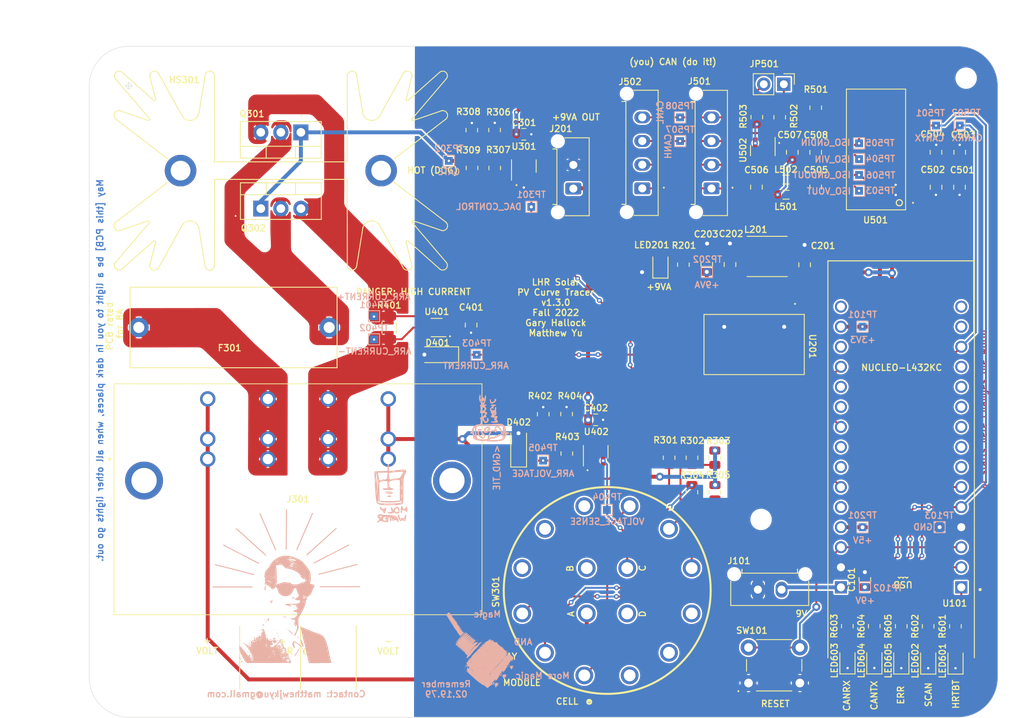
<source format=kicad_pcb>
(kicad_pcb (version 20221018) (generator pcbnew)
  (title_block (title "Curve Tracer") (date "2022-06-05") (rev "1.3.0") (company "Longhorn Racing Solar") (comment 1 "Matthew Yu") (comment 2 "Gary Hallock"))
  (layers (0 "F.Cu" signal) (1 "In1.Cu" signal) (2 "In2.Cu" signal) (31 "B.Cu" signal) (34 "B.Paste" user) (35 "F.Paste" user) (36 "B.SilkS" user "B.Silkscreen") (37 "F.SilkS" user "F.Silkscreen") (38 "B.Mask" user) (39 "F.Mask" user) (44 "Edge.Cuts" user))
  (net 0 "")
  (net 1 "GND")
  (net 2 "+3V3")
  (net 3 "+5V")
  (net 4 "Net-(U201-Vin)")
  (net 5 "+9VA")
  (net 6 "Net-(U501-V_ISO_Out)")
  (net 7 "Net-(C505-Pad2)")
  (net 8 "/ARRAY_CURRENT")
  (net 9 "/ARRAY_VOLTAGE")
  (net 10 "Net-(Q301-D)")
  (net 11 "Net-(F301-Pad2)")
  (net 12 "Net-(SW301-A)")
  (net 13 "/pv_controller/CURRENT_SENSE-")
  (net 14 "Net-(J501-CAN_H)")
  (net 15 "Net-(J501-CAN_L)")
  (net 16 "Net-(JP501-A)")
  (net 17 "Net-(JP501-B)")
  (net 18 "Net-(LED201-A)")
  (net 19 "Net-(LED601-A)")
  (net 20 "Net-(LED602-A)")
  (net 21 "Net-(LED603-A)")
  (net 22 "Net-(LED604-A)")
  (net 23 "Net-(LED605-A)")
  (net 24 "/pv_controller/GATE")
  (net 25 "/pv_controller/CURRENT_SENSE+")
  (net 26 "Net-(R301-Pad1)")
  (net 27 "Net-(R301-Pad2)")
  (net 28 "Net-(R302-Pad2)")
  (net 29 "Net-(R304-Pad1)")
  (net 30 "Net-(R304-Pad2)")
  (net 31 "Net-(U301--)")
  (net 32 "Net-(R307-Pad1)")
  (net 33 "Net-(U402--)")
  (net 34 "Net-(U501-RS)")
  (net 35 "/HEARTBEAT")
  (net 36 "/SCANNING")
  (net 37 "/CAN_RX")
  (net 38 "/CAN_TX")
  (net 39 "/ERROR")
  (net 40 "+9V")
  (net 41 "/RESET")
  (net 42 "Net-(SW301-Pad1)")
  (net 43 "/pv_controller/VOLTAGE_SENSE")
  (net 44 "/DAC_CONTROL")
  (net 65 "Net-(J501-5V)")
  (net 66 "Net-(J501-GND)")
  (footprint "Resistor_SMD:R_0805_2012Metric" (layer "F.Cu") (at 107.821789 76.453354 90)
    (fp_text reference "R303")
    (fp_text value "220")
  )
  (footprint "Inductor_SMD:L_Taiyo-Yuden_NR-50xx" (layer "F.Cu") (at 114.449989 50.952654 180)
    (fp_text reference "L201")
    (fp_text value "6.8uH")
  )
  (footprint "Package_TO_SOT_THT:TO-220-3_Vertical" (layer "F.Cu") (at 55.414989 35.22888 180)
    (fp_text reference "Q301")
    (fp_text value "IPP041N12N3GXK")
  )
  (footprint "Resistor_SMD:R_0805_2012Metric" (layer "F.Cu") (at 113.137489 33.305154 -90)
    (fp_text reference "R503")
    (fp_text value "60.4")
  )
  (footprint "Resistor_SMD:R_0805_2012Metric" (layer "F.Cu") (at 116.037489 33.310154 90)
    (fp_text reference "R502")
    (fp_text value "60.4")
  )
  (footprint "MountingHole:MountingHole_2.2mm_M2" (layer "F.Cu") (at 113.674989 84.272654)
    (fp_text reference "H103" hide)
    (fp_text value "MountingHole")
  )
  (footprint "Inductor_SMD:L_0805_2012Metric" (layer "F.Cu") (at 116.834989 43.127654)
    (fp_text reference "L501")
    (fp_text value "1.8kOhm")
  )
  (footprint "Inductor_SMD:L_0805_2012Metric" (layer "F.Cu") (at 116.819989 41.217654)
    (fp_text reference "L502")
    (fp_text value "1.8kOhm")
  )
  (footprint "Resistor_SMD:R_0805_2012Metric" (layer "F.Cu") (at 120.592489 32.107654 90)
    (fp_text reference "R501")
    (fp_text value "0")
  )
  (footprint "LED_SMD:LED_0805_2012Metric" (layer "F.Cu") (at 138.289989 102.182654 90)
    (fp_text reference "LED601")
    (fp_text value "Heartbeat (Blue)")
  )
  (footprint "Connector_Molex:Molex_Micro-Fit_3.0_43650-0215_1x02_P3.00mm_Vertical" (layer "F.Cu") (at 113.269989 93.162654)
    (fp_text reference "J101")
    (fp_text value "9V Supply")
  )
  (footprint "Footprints:MODULE_NUCLEO-L432KC" (layer "F.Cu") (at 131.404989 76.657654 180)
    (fp_text reference "U101")
    (fp_text value "MCU_Nucleo_L432KC")
  )
  (footprint "Capacitor_SMD:C_0805_2012Metric" (layer "F.Cu") (at 135.817489 37.757654 90)
    (fp_text reference "C504")
    (fp_text value "10nF")
  )
  (footprint "Capacitor_SMD:C_0805_2012Metric" (layer "F.Cu") (at 138.797489 42.177654 -90)
    (fp_text reference "C501")
    (fp_text value "10uF")
  )
  (footprint "Connector_Molex:Molex_Micro-Fit_3.0_43650-0415_1x04_P3.00mm_Vertical" (layer "F.Cu") (at 98.637489 42.327654 90)
    (fp_text reference "J502")
    (fp_text value "CAN_Out")
  )
  (footprint "Resistor_SMD:R_0805_2012Metric" (layer "F.Cu") (at 79.934989 34.937654 90)
    (fp_text reference "R306")
    (fp_text value "1k")
  )
  (footprint "Connector_PinHeader_2.54mm:PinHeader_1x02_P2.54mm_Vertical" (layer "F.Cu") (at 116.557489 29.132654 -90)
    (fp_text reference "JP501")
    (fp_text value "Jumper")
  )
  (footprint "Capacitor_SMD:C_0805_2012Metric" (layer "F.Cu") (at 120.587489 37.762654 90)
    (fp_text reference "C508")
    (fp_text value "10nF")
  )
  (footprint "Package_TO_SOT_THT:TO-220-3_Vertical" (layer "F.Cu") (at 50.339989 44.88888)
    (fp_text reference "Q302")
    (fp_text value "IRF100P218XKMA1")
  )
  (footprint "Capacitor_SMD:C_0805_2012Metric" (layer "F.Cu") (at 135.827489 42.182654 90)
    (fp_text reference "C502")
    (fp_text value "100nF")
  )
  (footprint "Resistor_SMD:R_0805_2012Metric" (layer "F.Cu") (at 103.839989 51.995154 90)
    (fp_text reference "R201")
    (fp_text value "330")
  )
  (footprint "Diode_SMD:D_MiniMELF" (layer "F.Cu") (at 72.834989 63.402654 180)
    (fp_text reference "D401")
    (fp_text value "3.3V Zener")
  )
  (footprint "Capacitor_SMD:C_0805_2012Metric" (layer "F.Cu") (at 113.087489 42.167654 90)
    (fp_text reference "C506")
    (fp_text value "10uF")
  )
  (footprint "Resistor_SMD:R_0805_2012Metric" (layer "F.Cu") (at 89.052489 70.916244 90)
    (fp_text reference "R404")
    (fp_text value "1k")
  )
  (footprint "MountingHole:MountingHole_2.2mm_M2" (layer "F.Cu") (at 33.664989 40.337654)
    (fp_text reference "H101" hide)
    (fp_text value "MountingHole")
  )
  (footprint "Capacitor_SMD:C_0805_2012Metric" (layer "F.Cu") (at 106.799989 51.957654 90)
    (fp_text reference "C203")
    (fp_text value "2.2uF")
  )
  (footprint "Resistor_SMD:R_0805_2012Metric" (layer "F.Cu") (at 77.049989 34.952654 90)
    (fp_text reference "R308")
    (fp_text value "1k")
  )
  (footprint "Package_TO_SOT_SMD:SOT-23" (layer "F.Cu") (at 113.892489 37.542654 -90)
    (fp_text reference "U502")
    (fp_text value "CDSOT23-T24CAN")
  )
  (footprint "Footprints:1720819" (layer "F.Cu") (at 43.619989 76.62388)
    (fp_text reference "J301")
    (fp_text value "1720819" hide)
  )
  (footprint "Resistor_SMD:R_0805_2012Metric" (layer "F.Cu") (at 134.824989 97.812654 90)
    (fp_text reference "R602")
    (fp_text value "330")
  )
  (footprint "Resistor_SMD:R_0805_2012Metric" (layer "F.Cu") (at 131.419989 97.802654 90)
    (fp_text reference "R605")
    (fp_text value "330")
  )
  (footprint "Connector_Molex:Molex_Micro-Fit_3.0_43650-0415_1x04_P3.00mm_Vertical" (layer "F.Cu") (at 107.402489 42.337654 90)
    (fp_text reference "J501")
    (fp_text value "CAN_In")
  )
  (footprint "Heatsink:Heatsink_Fischer_SK129-STS_42x25mm_2xDrill2.5mm" (layer "F.Cu") (at 52.879989 40.07888)
    (fp_text reference "HS301")
    (fp_text value "Heatsink")
  )
  (footprint "Capacitor_SMD:C_0805_2012Metric" (layer "F.Cu") (at 120.587489 42.167654 90)
    (fp_text reference "C505")
    (fp_text value "220nF")
  )
  (footprint "Capacitor_SMD:C_0805_2012Metric" (layer "F.Cu") (at 117.627489 37.757654 -90)
    (fp_text reference "C507")
    (fp_text value "100nF")
  )
  (footprint "Footprints:ADM3055EBRIZ" (layer "F.Cu") (at 128.177489 37.452654 180)
    (fp_text reference "U501")
    (fp_text value "ADM3055E")
  )
  (footprint "LED_SMD:LED_0805_2012Metric" (layer "F.Cu") (at 124.609989 102.160154 90)
    (fp_text reference "LED603")
    (fp_text value "CAN_Rx (Blue)")
  )
  (footprint "Package_TO_SOT_SMD:SOT-23-6" (layer "F.Cu") (at 92.737489 75.696244 90)
    (fp_text reference "U402")
    (fp_text value "OPA990")
  )
  (footprint "Resistor_SMD:R_0805_2012Metric" (layer "F.Cu") (at 104.931789 76.453354 -90)
    (fp_text reference "R302")
    (fp_text value "1.5k")
  )
  (footprint "Capacitor_SMD:C_0805_2012Metric" (layer "F.Cu") (at 109.739989 51.977654 90)
    (fp_text reference "C202")
    (fp_text value "4.7uF")
  )
  (footprint "LED_SMD:LED_0805_2012Metric" (layer "F.Cu") (at 134.834989 102.182654 90)
    (fp_text reference "LED602")
    (fp_text value "Scanning (Blue)")
  )
  (footprint "Diode_SMD:D_MiniMELF" (layer "F.Cu") (at 82.982489 75.078744 90)
    (fp_text reference "D402")
    (fp_text value "3.3V Zener")
  )
  (footprint "Capacitor_SMD:C_0805_2012Metric" (layer "F.Cu") (at 138.822489 37.752654 -90)
    (fp_text reference "C503")
    (fp_text value "100nF")
  )
  (footprint "Resistor_SMD:R_0805_2012Metric" (layer "F.Cu") (at 86.094989 70.943744 90)
    (fp_text reference "R402")
    (fp_text value "1k")
  )
  (footprint "Capacitor_SMD:C_0805_2012Metric" (layer "F.Cu") (at 83.639989 35.475154 180)
    (fp_text reference "C301")
    (fp_text value "100nF")
  )
  (footprint "Package_TO_SOT_SMD:SOT-363_SC-70-6_Handsoldering" (layer "F.Cu") (at 72.599989 59.962654 180)
    (fp_text reference "U401")
    (fp_text value "INA210")
  )
  (footprint "Resistor_SMD:R_0805_2012Metric" (layer "F.Cu") (at 128.004989 97.790154 90)
    (fp_text reference "R604")
    (fp_text value "330")
  )
  (footprint "Resistor_SMD:R_0805_2012Metric" (layer "F.Cu") (at 102.031789 76.453354 90)
    (fp_text reference "R301")
    (fp_text value "6.8k")
  )
  (footprint "Package_TO_SOT_SMD:SOT-23-6" (layer "F.Cu") (at 83.639989 39.500154 90)
    (fp_text reference "U301")
    (fp_text value "OPA990")
  )
  (footprint "Resistor_SMD:R_0805_2012Metric" (layer "F.Cu") (at 77.079989 39.742654 90)
    (fp_text reference "R309")
    (fp_text value "1k")
  )
  (footprint "Footprints:05200101Z_Fuze_Holder_5x20_PCB_Mount" (layer "F.Cu") (at 59.994989 65.04888 180)
    (fp_text reference "F301")
    (fp_text value "Fuse")
  )
  (footprint "Resistor_SMD:R_1206_3216Metric" (layer "F.Cu") (at 66.584989 59.98388 90)
    (fp_text reference "R401")
    (fp_text value "2m")
  )
  (footprint "LED_SMD:LED_0805_2012Metric" (layer "F.Cu") (at 131.429989 102.172654 90)
    (fp_text reference "LED605")
    (fp_text value "Error (Amber)")
  )
  (footprint "Resistor_SMD:R_0805_2012Metric" (layer "F.Cu") (at 124.594989 97.790154 90)
    (fp_text reference "R603")
    (fp_text value "330")
  )
  (footprint "Capacitor_SMD:C_0805_2012Metric" (layer "F.Cu") (at 92.727489 71.648744 180)
    (fp_text reference "C402")
    (fp_text value "100nF")
  )
  (footprint "MountingHole:MountingHole_2.2mm_M2" (layer "F.Cu") (at 139.634989 28.362654)
    (fp_text reference "H102" hide)
    (fp_text value "MountingHole")
  )
  (footprint "LED_SMD:LED_0805_2012Metric" (layer "F.Cu") (at 100.929989 52.010154 90)
    (fp_text reference "LED201")
    (fp_text value "9V (Green)")
  )
  (footprint "Resistor_SMD:R_0805_2012Metric" (layer "F.Cu") (at 79.954989 39.747654 90)
    (fp_text reference "R307")
    (fp_text value "1k")
  )
  (footprint "Resistor_SMD:R_0805_2012Metric" (layer "F.Cu") (at 104.916789 80.825854 -90)
    (fp_text reference "R304")
    (fp_text value "100k")
  )
  (footprint "Resistor_SMD:R_0805_2012Metric" (layer "F.Cu") (at 89.084989 75.918744 90)
    (fp_text reference "R403")
    (fp_text value "1k")
  )
  (footprint "Connector_Molex:Molex_Micro-Fit_3.0_43650-0215_1x02_P3.00mm_Vertical" (layer "F.Cu") (at 89.905 42.355 90)
    (fp_text reference "J201")
    (fp_text value "9VA Supply")
  )
  (footprint "Capacitor_SMD:C_0805_2012Metric" (layer "F.Cu") (at 126.814989 91.897654 90)
    (fp_text reference "C101")
    (fp_text value "100nF")
  )
  (footprint "Capacitor_SMD:C_0805_2012Metric" (layer "F.Cu") (at 119.189989 52.017654 90)
    (fp_text reference "C201")
    (fp_text value "4.7uF")
  )
  (footprint "Footprints:A20303RNCG_rotary_sw_dp3t" (layer "F.Cu") (at 94.166789 93.310854 -90)
    (fp_text reference "SW301")
    (fp_text value "A20303RNCG")
  )
  (footprint "Resistor_SMD:R_0805_2012Metric" (layer "F.Cu") (at 138.279989 97.812654 90)
    (fp_text reference "R601")
    (fp_text value "330")
  )
  (footprint "Footprints:IES01_PDS1" (layer "F.Cu") (at 119.144989 58.297654 -90)
    (fp_text reference "U201")
    (fp_text value "IES01_PDS1")
  )
  (footprint "Resistor_SMD:R_0805_2012Metric" (layer "F.Cu") (at 107.836789 80.825854 90)
    (fp_text reference "R305")
    (fp_text value "1k")
  )
  (footprint "Button_Switch_THT:SW_PUSH_6mm" (layer "F.Cu") (at 118.584989 104.997654 180)
    (fp_text reference "SW101")
    (fp_text value "SW_Push")
  )
  (footprint "LED_SMD:LED_0805_2012Metric" (layer "F.Cu") (at 128.014989 102.160154 90)
    (fp_text reference "LED604")
    (fp_text value "CAN_Tx (Blue)")
  )
  (footprint "Capacitor_SMD:C_0805_2012Metric" (layer "F.Cu") (at 76.964989 59.647654 90)
    (fp_text reference "C401")
    (fp_text value "100nF")
  )
  (footprint "TestPoint:TestPoint_Pad_1.0x1.0mm" (layer "B.Cu") (at 74.144989 38.842654)
    (fp_text reference "TP302")
    (fp_text value "Gate Voltage")
  )
  (footprint "LOGO" (layer "B.Cu") (at 66.885297 81.034742 180)
    (fp_text reference "G***" hide)
    (fp_text value "LOGO" hide)
  )
  (footprint "TestPoint:TestPoint_Pad_1.0x1.0mm" (layer "B.Cu") (at 126.082489 36.617654 180)
    (fp_text reference "TP505")
    (fp_text value "CAN_ISO_GndIn")
  )
  (footprint "TestPoint:TestPoint_Pad_1.0x1.0mm" (layer "B.Cu") (at 138.827489 34.357654)
    (fp_text reference "TP502")
    (fp_text value "CAN_RX")
  )
  (footprint "TestPoint:TestPoint_Pad_1.0x1.0mm" (layer "B.Cu") (at 126.514989 59.847654)
    (fp_text reference "TP101")
    (fp_text value "3V3")
  )
  (footprint "TestPoint:TestPoint_Pad_1.0x1.0mm" (layer "B.Cu") (at 126.077489 42.632654 180)
    (fp_text reference "TP503")
    (fp_text value "CAN_ISO_Vout")
  )
  (footprint "TestPoint:TestPoint_Pad_1.0x1.0mm" (layer "B.Cu") (at 135.827489 34.367654)
    (fp_text reference "TP501")
    (fp_text value "CAN_TX")
  )
  (footprint "TestPoint:TestPoint_Pad_1.0x1.0mm" (layer "B.Cu") (at 126.082489 40.627654 180)
    (fp_text reference "TP506")
    (fp_text value "CAN_ISO_GndOut")
  )
  (footprint "UTSVT_Special:Hallock_Image_Tiny" (layer "B.Cu") (at 53.927068 95.489857 180)
    (fp_text reference "G***" hide)
    (fp_text value "LOGO" hide)
  )
  (footprint "TestPoint:TestPoint_Pad_1.0x1.0mm" (layer "B.Cu") (at 136.279989 85.252654)
    (fp_text reference "TP103")
    (fp_text value "GND")
  )
  (footprint "TestPoint:TestPoint_Pad_1.0x1.0mm" (layer "B.Cu") (at 106.819989 52.922654 180)
    (fp_text reference "TP202")
    (fp_text value "9VA")
  )
  (footprint "TestPoint:TestPoint_Pad_1.0x1.0mm" (layer "B.Cu") (at 64.669989 61.45388 180)
    (fp_text reference "TP402")
    (fp_text value "Pre Array Current -")
  )
  (footprint "TestPoint:TestPoint_Pad_1.0x1.0mm" (layer "B.Cu") (at 126.519989 85.262654)
    (fp_text reference "TP201")
    (fp_text value "5V")
  )
  (footprint "TestPoint:TestPoint_Pad_1.0x1.0mm" (layer "B.Cu") (at 126.082489 38.622654 180)
    (fp_text reference "TP504")
    (fp_text value "CAN_ISO_Vin")
  )
  (footprint "TestPoint:TestPoint_Pad_1.0x1.0mm" (layer "B.Cu") (at 103.427489 36.332654 180)
    (fp_text reference "TP507")
    (fp_text value "CAN_H")
  )
  (footprint "TestPoint:TestPoint_Pad_1.0x1.0mm" (layer "B.Cu") (at 86.082489 76.813744)
    (fp_text reference "TP405")
    (fp_text value "Array Voltage")
  )
  (footprint "TestPoint:TestPoint_Pad_1.0x1.0mm" (layer "B.Cu") (at 94.154989 83.067654)
    (fp_text reference "TP404")
    (fp_text value "Pre Array Voltage")
  )
  (footprint "TestPoint:TestPoint_Pad_1.0x1.0mm" (layer "B.Cu") (at 126.824989 92.872654)
    (fp_text reference "TP102")
    (fp_text value "9V")
  )
  (footprint "TestPoint:TestPoint_Pad_1.0x1.0mm" (layer "B.Cu") (at 64.674989 58.52888 180)
    (fp_text reference "TP401")
    (fp_text value "Pre Array Current +")
  )
  (footprint "TestPoint:TestPoint_Pad_1.0x1.0mm" (layer "B.Cu") (at 103.422489 33.332654 180)
    (fp_text reference "TP508")
    (fp_text value "CAN_L")
  )
  (footprint "TestPoint:TestPoint_Pad_1.0x1.0mm" (layer "B.Cu") (at 84.585 44.67)
    (fp_text reference "TP301")
    (fp_text value "Pre Gate Voltage")
  )
  (footprint "LOGO" (layer "B.Cu") (at 78.240821 100.840001 180)
    (fp_text reference "G***" hide)
    (fp_text value "LOGO" hide)
  )
  (footprint "LOGO" (layer "B.Cu") (at 79.33 71.565 90)
    (fp_text reference "G***" hide)
    (fp_text value "LOGO" hide)
  )
  (footprint "TestPoint:TestPoint_Pad_1.0x1.0mm" (layer "B.Cu") (at 77.674989 63.402654 180)
    (fp_text reference "TP403")
    (fp_text value "Array Current")
  )
  (gr_line (start 57.050001 89.8) (end 61.490001 87.5) (stroke (width 0.12)) (layer "B.SilkS"))
  (gr_line (start 45.630001 87.53) (end 50.070001 89.83) (stroke (width 0.12)) (layer "B.SilkS"))
  (gr_line (start 53.555001 88.04) (end 53.590001 83.03) (stroke (width 0.12)) (layer "B.SilkS"))
  (gr_line (start 50.240001 83.5375) (end 52.220001 88.1325) (stroke (width 0.12)) (layer "B.SilkS"))
  (gr_line (start 56.172501 88.7625) (end 59.877501 85.4075) (stroke (width 0.12)) (layer "B.SilkS"))
  (gr_line (start 57.865001 92.8) (end 62.880001 92.8) (stroke (width 0.12)) (layer "B.SilkS"))
  (gr_line (start 57.677501 91.2175) (end 62.532501 89.9725) (stroke (width 0.12)) (layer "B.SilkS"))
  (gr_line (start 44.240001 92.83) (end 49.255001 92.83) (stroke (width 0.12)) (layer "B.SilkS"))
  (gr_line (start 54.900001 88.1025) (end 56.880001 83.5075) (stroke (width 0.12)) (layer "B.SilkS"))
  (gr_line (start 44.587501 90.0025) (end 49.442501 91.2475) (stroke (width 0.12)) (layer "B.SilkS"))
  (gr_line (start 47.242501 85.4375) (end 50.947501 88.7925) (stroke (width 0.12)) (layer "B.SilkS"))
  (gr_line (start 47.664989 97.792654) (end 47.664989 105.802654) (stroke (width 0.12)) (layer "F.SilkS"))
  (gr_line (start 62.414989 97.762654) (end 62.414989 105.772654) (stroke (width 0.12)) (layer "F.SilkS"))
  (gr_line (start 55.369989 97.792654) (end 55.369989 105.802654) (stroke (width 0.12)) (layer "F.SilkS"))
  (gr_arc (start 138.629989 24.327654) (mid 142.165523 25.79212) (end 143.629989 29.327654) (stroke (width 0.05)) (layer "Edge.Cuts"))
  (gr_line (start 33.629989 109.327654) (end 138.629989 109.327654) (stroke (width 0.05)) (layer "Edge.Cuts"))
  (gr_arc (start 28.629989 29.327654) (mid 30.094455 25.79212) (end 33.629989 24.327654) (stroke (width 0.05)) (layer "Edge.Cuts"))
  (gr_line (start 33.629989 24.327654) (end 138.629989 24.327654) (stroke (width 0.05)) (layer "Edge.Cuts"))
  (gr_arc (start 33.629989 109.327654) (mid 30.094455 107.863188) (end 28.629989 104.327654) (stroke (width 0.05)) (layer "Edge.Cuts"))
  (gr_line (start 28.629989 29.327654) (end 28.629989 104.327654) (stroke (width 0.05)) (layer "Edge.Cuts"))
  (gr_line (start 143.629989 29.327654) (end 143.629989 104.327654) (stroke (width 0.05)) (layer "Edge.Cuts"))
  (gr_arc (start 143.629989 104.327654) (mid 142.165523 107.863188) (end 138.629989 109.327654) (stroke (width 0.05)) (layer "Edge.Cuts"))
  (gr_text "Made with :love: in Austin, TX." (at 141.884989 94.547654 90) (layer "F.Cu") (effects (font (size 0.8 0.8))))
  (gr_text "What starts here changes the world." (at 141.814989 70.957654 90) (layer "F.Cu") (effects (font (size 0.8 0.8))))
  (gr_text "May [this PCB] be a light to you in dark places, when all other lights go out." (at 29.979989 65.392654 -270) (layer "B.Cu") (effects (font (size 0.8 0.8)) (justify mirror)))
  (gr_text "More Magic" (at 86 104.065) (layer "B.SilkS") (effects (font (size 0.8 0.8)) (justify mirror)))
  (gr_text "ISO_VIN" (at 122.709989 38.647654) (layer "B.SilkS") (effects (font (size 0.8 0.8)) (justify mirror)))
  (gr_text "+9V" (at 126.854989 94.547654) (layer "B.SilkS") (effects (font (size 0.8 0.8)) (justify mirror)))
  (gr_text "DAC_CONTROL" (at 79.21 44.65) (layer "B.SilkS") (effects (font (size 0.8 0.8)) (justify mirror)))
  (gr_text "ISO_GNDIN" (at 121.839989 36.522654) (layer "B.SilkS") (effects (font (size 0.8 0.8)) (justify mirror)))
  (gr_text "CANTX" (at 134.999989 35.962654) (layer "B.SilkS") (effects (font (size 0.8 0.8)) (justify mirror)))
  (gr_text "GATE" (at 74.149989 40.222654) (layer "B.SilkS") (effects (font (size 0.8 0.8)) (justify mirror)))
  (gr_text "GND" (at 134.175 85.24) (layer "B.SilkS") (effects (font (size 0.8 0.8)) (justify mirror)))
  (gr_text "CANL" (at 100.9 32.7 90) (layer "B.SilkS") (effects (font (size 0.8 0.8)) (justify mirror)))
  (gr_text "ARR_CURRENT" (at 77.564989 64.792654) (layer "B.SilkS") (effects (font (size 0.8 0.8)) (justify mirror)))
  (gr_text "VOLTAGE_SENSE" (at 94.194989 84.537654) (layer "B.SilkS") (effects (font (size 0.8 0.8)) (justify mirror)))
  (gr_text "Contact: matthewjkyu@gmail.com" (at 53.544989 106.387654) (layer "B.SilkS") (effects (font (size 0.8 0.8)) (justify mirror)))
  (gr_text "ISO_GNDOUT" (at 121.359989 40.627654) (layer "B.SilkS") (effects (font (size 0.8 0.8)) (justify mirror)))
  (gr_text "+9VA" (at 106.834989 54.552654) (layer "B.SilkS") (effects (font (size 0.8 0.8)) (justify mirror)))
  (gr_text "CANH" (at 101.9 37 90) (layer "B.SilkS") (effects (font (size 0.8 0.8)) (justify mirror)))
  (gr_text "Magic" (at 79.005 96.275) (layer "B.SilkS") (effects (font (size 0.8 0.8)) (justify mirror)))
  (gr_text "CANRX" (at 139.78 35.94) (layer "B.SilkS") (effects (font (size 0.8 0.8)) (justify mirror)))
  (gr_text "<GND_TIE" (at 80.209989 77.722654 90) (layer "B.SilkS") (effects (font (size 0.8 0.8)) (justify mirror)))
  (gr_text "ARR_CURRENT+" (at 64.629989 56.052654) (layer "B.SilkS") (effects (font (size 0.8 0.8)) (justify mirror)))
  (gr_text "+3V3" (at 126.549989 61.512654) (layer "B.SilkS") (effects (font (size 0.8 0.8)) (justify mirror)))
  (gr_text "ISO_VOUT" (at 122.254989 42.687654) (layer "B.SilkS") (effects (font (size 0.8 0.8)) (justify mirror)))
  (gr_text "Remember\n02.19.79" (at 73.82 105.77) (layer "B.SilkS") (effects (font (size 0.8 0.8)) (justify mirror)))
  (gr_text "ARR_CURRENT-" (at 64.759989 62.967654) (layer "B.SilkS") (effects (font (size 0.8 0.8)) (justify mirror)))
  (gr_text "AND" (at 83.545 99.795) (layer "B.SilkS") (effects (font (size 0.8 0.8)) (justify mirror)))
  (gr_text "+5V" (at 126.534989 86.907654) (layer "B.SilkS") (effects (font (size 0.8 0.8)) (justify mirror)))
  (gr_text "ARR_VOLTAGE" (at 86.079989 78.462654) (layer "B.SilkS") (effects (font (size 0.8 0.8)) (justify mirror)))
  (gr_text "LHR Solar\nPV Curve Tracer\nv1.3.0\nFall 2022\nGary Hallock\nMatthew Yu" (at 87.679989 57.432654) (layer "F.SilkS") (effects (font (size 0.8 0.8))))
  (gr_text "ARRAY" (at 80.969989 101.632654) (layer "F.SilkS") (effects (font (size 0.8 0.8))))
  (gr_text "NUCLEO-L432KC" (at 131.469989 65.032654) (layer "F.SilkS") (effects (font (size 0.8 0.8))))
  (gr_text "." (at 91.699989 77.712654) (layer "F.SilkS") (effects (font (size 0.8 0.8))))
  (gr_text "." (at 110.794989 105.707654) (layer "F.SilkS") (effects (font (size 0.8 0.8))))
  (gr_text "." (at 82.709989 41.592654) (layer "F.SilkS") (effects (font (size 0.8 0.8))))
  (gr_text "HOT (DOG)" (at 72.079989 40.037654) (layer "F.SilkS") (effects (font (size 0.8 0.8))))
  (gr_text "HRTBT" (at 138.339989 106.417654 90) (layer "F.SilkS") (effects (font (size 0.8 0.8))))
  (gr_text "-\nVOLT" (at 66.474989 100.327654) (layer "F.SilkS") (effects (font (size 0.8 0.8))))
  (gr_text "." (at 74.614989 61.067654 270) (layer "F.SilkS") (effects (font (size 0.8 0.8))))
  (gr_text "+\nVOLT" (at 43.554989 100.267654) (layer "F.SilkS") (effects (font (size 0.8 0.8))))
  (gr_text "+9VA" (at 100.749989 54.802654) (layer "F.SilkS") (effects (font (size 0.8 0.8))))
  (gr_text "." (at 91.914989 106.992654) (layer "F.SilkS") (effects (font (size 0.8 0.8))))
  (gr_text "PCB rated \nfor 8A" (at 31.839989 59.482654 90) (layer "F.SilkS") (effects (font (size 0.8 0.8))))
  (gr_text "CELL" (at 89.119989 107.322654) (layer "F.SilkS") (effects (font (size 0.8 0.8))))
  (gr_text "." (at 47.15 45.5) (layer "F.SilkS") (effects (font (size 0.8 0.8))))
  (gr_text "SCAN" (at 134.869989 106.472654 90) (layer "F.SilkS") (effects (font (size 0.8 0.8))))
  (gr_text "ERR" (at 131.369989 106.522654 90) (layer "F.SilkS") (effects (font (size 0.8 0.8))))
  (gr_text "RESET" (at 115.484989 107.627654) (layer "F.SilkS") (effects (font (size 0.8 0.8))))
  (gr_text "9V" (at 118.779989 96.207654) (layer "F.SilkS") (effects (font (size 0.8 0.8))))
  (gr_text "+9VA OUT" (at 90.245 33.305) (layer "F.SilkS") (effects (font (size 0.8 0.8))))
  (gr_text "." (at 115.969989 36.247654) (layer "F.SilkS") (effects (font (size 0.8 0.8))))
  (gr_text "." (at 132.904989 43.827654) (layer "F.SilkS") (effects (font (size 0.8 0.8))))
  (gr_text "MODULE" (at 83.399989 104.952654) (layer "F.SilkS") (effects (font (size 0.8 0.8))))
  (gr_text "." (at 55.499989 32.802654) (layer "F.SilkS") (effects (font (size 0.8 0.8))))
  (gr_text "CANTX" (at 127.999989 106.572654 90) (layer "F.SilkS") (effects (font (size 0.8 0.8))))
  (gr_text "." (at 110.054989 41.912654) (layer "F.SilkS") (effects (font (size 0.8 0.8))))
  (gr_text "." (at 117.979989 56.632654) (layer "F.SilkS") (effects (font (size 0.8 0.8))))
  (gr_text "CANRX" (at 124.529989 106.597654 90) (layer "F.SilkS") (effects (font (size 0.8 0.8))))
  (gr_text "DANGER: HIGH CURRENT" (at 69.659989 55.422654) (layer "F.SilkS") (effects (font (size 0.8 0.8))))
  (gr_text "." (at 101.364989 41.912654) (layer "F.SilkS") (effects (font (size 0.8 0.8))))
  (gr_text "(you) CAN (do it!)" (at 102.519989 26.292654) (layer "F.SilkS") (effects (font (size 0.8 0.8))))
  (gr_text "USB\n^^^" (at 131.644989 91.872654 180) (layer "F.SilkS") (effects (font (size 0.8 0.8))))
  (gr_text "+     -\nCUR  CUR" (at 55.044989 100.347654) (layer "F.SilkS") (effects (font (size 0.8 0.8))))
  (target plus (at 33.634989 29.342654) (size 1) (width 0.05) (layer "Edge.Cuts"))
  (segment (start 92.737489 74.558744) (end 92.737489 72.588744) (width 0.25) (layer "F.Cu") (net 1))
  (segment (start 106.799989 51.007654) (end 106.799989 49.352654) (width 0.5) (layer "F.Cu") (net 1))
  (segment (start 116.604989 57.027654) (end 116.604989 59.857654) (width 0.5) (layer "F.Cu") (net 1))
  (segment (start 66.479989 76.62388) (end 66.479989 69.00388) (width 0.5) (layer "F.Cu") (net 1))
  (segment (start 132.902489 41.897654) (end 130.722489 41.897654) (width 0.5) (layer "F.Cu") (net 1))
  (segment (start 126.199989 90.332654) (end 126.814989 90.947654) (width 0.5) (layer "F.Cu") (net 1))
  (segment (start 100.929989 52.947654) (end 98.609989 52.947654) (width 0.5) (layer "F.Cu") (net 1))
  (segment (start 139.024989 85.252654) (end 136.279989 85.252654) (width 0.5) (layer "F.Cu") (net 1))
  (segment (start 106.799989 49.352654) (end 106.834989 49.317654) (width 0.5) (layer "F.Cu") (net 1))
  (segment (start 109.739989 49.322654) (end 109.729989 49.312654) (width 0.5) (layer "F.Cu") (net 1))
  (segment (start 132.902489 43.167654) (end 135.792489 43.167654) (width 0.5) (layer "F.Cu") (net 1))
  (segment (start 83.639989 40.637654) (end 83.639989 42.212654) (width 0.25) (layer "F.Cu") (net 1))
  (segment (start 100.854989 78.857654) (end 99.599989 78.857654) (width 0.5) (layer "F.Cu") (net 1))
  (segment (start 135.122489 31.737654) (end 135.127489 31.742654) (width 0.5) (layer "F.Cu") (net 1))
  (segment (start 119.189989 49.502654) (end 119.179989 49.492654) (width 0.5) (layer "F.Cu") (net 1))
  (segment (start 108.984989 59.844989) (end 109.01 59.87) (width 0.5) (layer "F.Cu") (net 1))
  (segment (start 73.929989 59.962654) (end 76.303763 59.962654) (width 0.25) (layer "F.Cu") (net 1))
  (segment (start 132.902489 43.167654) (end 130.727489 43.167654) (width 0.5) (layer "F.Cu") (net 1))
  (segment (start 119.189989 51.067654) (end 119.189989 49.502654) (width 0.5) (layer "F.Cu") (net 1))
  (segment (start 82.029989 80.247654) (end 81.869989 80.087654) (width 0.5) (layer "F.Cu") (net 1))
  (segment (start 83.639989 36.425154) (end 84.589989 35.475154) (width 0.25) (layer "F.Cu") (net 1))
  (segment (start 83.639989 42.212654) (end 83.634989 42.217654) (width 0.25) (layer "F.Cu") (net 1))
  (segment (start 81.869989 80.087654) (end 75.866215 74.08388) (width 0.5) (layer "F.Cu") (net 1))
  (segment (start 76.303763 59.962654) (end 76.953763 60.612654) (width 0.25) (layer "F.Cu") (net 1))
  (segment (start 98.209989 80.247654) (end 82.029989 80.247654) (width 0.5) (layer "F.Cu") (net 1))
  (segment (start 132.902489 31.737654) (end 135.122489 31.737654) (width 0.5) (layer "F.Cu") (net 1))
  (segment (start 123.784989 90.332654) (end 126.199989 90.332654) (width 0.5) (layer "F.Cu") (net 1))
  (segment (start 130.722489 41.897654) (end 130.707489 41.882654) (width 0.5) (layer "F.Cu") (net 1))
  (segment (start 92.737489 72.588744) (end 93.677489 71.648744) (width 0.25) (layer "F.Cu") (net 1))
  (segment (start 108.984989 57.027654) (end 108.984989 59.844989) (width 0.5) (layer "F.Cu") (net 1))
  (segment (start 83.639989 38.362654) (end 83.639989 36.425154) (width 0.25) (layer "F.Cu") (net 1))
  (segment (start 130.727489 43.167654) (end 130.722489 43.162654) (width 0.5) (layer "F.Cu") (net 1))
  (segment (start 109.739989 51.027654) (end 109.739989 49.322654) (width 0.5) (layer "F.Cu") (net 1))
  (segment (start 75.866215 74.08388) (end 66.479989 74.08388) (width 0.5) (layer "F.Cu") (net 1))
  (segment (start 132.902489 41.897654) (end 132.902489 43.167654) (width 0.5) (layer "F.Cu") (net 1))
  (segment (start 116.604989 59.857654) (end 116.599989 59.862654) (width 0.5) (layer "F.Cu") (net 1))
  (segment (start 92.737489 76.833744) (end 92.737489 74.558744) (width 0.25) (layer "F.Cu") (net 1))
  (segment (start 83.639989 40.637654) (end 83.639989 38.362654) (width 0.25) (layer "F.Cu") (net 1))
  (segment (start 98.609989 52.947654) (end 98.604989 52.942654) (width 0.5) (layer "F.Cu") (net 1))
  (segment (start 73.929989 60.612654) (end 76.953763 60.612654) (width 0.25) (layer "F.Cu") (net 1))
  (segment (start 99.599989 78.857654) (end 98.209989 80.247654) (width 0.5) (layer "F.Cu") (net 1))
  (via (at 134.834989 103.120154) (size 0.6) (drill 0.3) (layers "F.Cu" "B.Cu") (net 1))
  (via (at 124.624989 103.102654) (size 0.6) (drill 0.3) (layers "F.Cu" "B.Cu") (net 1))
  (via (at 109.729989 49.312654) (size 1) (drill 0.5) (layers "F.Cu" "B.Cu") (net 1))
  (via (at 83.634989 42.217654) (size 0.6) (drill 0.3) (layers "F.Cu" "B.Cu") (net 1))
  (via (at 116.599989 59.862654) (size 1) (drill 0.5) (layers "F.Cu" "B.Cu") (net 1))
  (via (at 77.059989 34.045154) (size 0.6) (drill 0.3) (layers "F.Cu" "B.Cu") (net 1))
  (via (at 138.822489 36.812654) (size 0.6) (drill 0.3) (layers "F.Cu" "B.Cu") (net 1))
  (via (at 126.814989 90.947654) (size 1) (drill 0.5) (layers "F.Cu" "B.Cu") (net 1))
  (via (at 75.866215 74.08388) (size 1) (drill 0.5) (layers "F.Cu" "B.Cu") (net 1))
  (via (at 136.279989 85.252654) (size 1) (drill 0.5) (layers "F.Cu" "B.Cu") (net 1))
  (via (at 107.859989 79.897654) (size 1) (drill 0.5) (layers "F.Cu" "B.Cu") (net 1))
  (via (at 86.097489 70.038744) (size 0.6) (drill 0.3) (layers "F.Cu" "B.Cu") (net 1))
  (via (at 71.049989 63.38888) (size 1) (drill 0.5) (layers "F.Cu" "B.Cu") (net 1))
  (via (at 82.962489 73.348744) (size 1) (drill 0.5) (layers "F.Cu" "B.Cu") (net 1))
  (via (at 79.959989 34.030154) (size 0.6) (drill 0.3) (layers "F.Cu" "B.Cu") (net 1))
  (via (at 100.854989 78.857654) (size 1) (drill 0.5) (layers "F.Cu" "B.Cu") (net 1))
  (via (at 138.289989 103.120154) (size 0.6) (drill 0.3) (layers "F.Cu" "B.Cu") (net 1))
  (via (at 119.179989 49.492654) (size 1) (drill 0.5) (layers "F.Cu" "B.Cu") (net 1))
  (via (at 84.589989 35.475154) (size 0.6) (drill 0.3) (layers "F.Cu" "B.Cu") (net 1))
  (via (at 135.127489 31.742654) (size 0.6) (drill 0.3) (layers "F.Cu" "B.Cu") (net 1))
  (via (at 93.677489 71.648744) (size 0.6) (drill 0.3) (layers "F.Cu" "B.Cu") (net 1))
  (via (at 128.014989 103.097654) (size 0.6) (drill 0.3) (layers "F.Cu" "B.Cu") (net 1))
  (via (at 130.722489 43.162654) (size 0.6) (drill 0.3) (layers "F.Cu" "B.Cu") (net 1))
  (via (at 130.707489 41.882654) (size 0.6) (drill 0.3) (layers "F.Cu" "B.Cu") (net 1))
  (via (at 138.807489 43.152654) (size 0.6) (drill 0.3) (layers "F.Cu" "B.Cu") (net 1))
  (via (at 131.429989 103.110154) (size 0.6) (drill 0.3) (layers "F.Cu" "B.Cu") (net 1))
  (via (at 98.604989 52.942654) (size 1) (drill 0.5) (layers "F.Cu" "B.Cu") (net 1))
  (via (at 76.953763 60.612654) (size 0.6) (drill 0.3) (layers "F.Cu" "B.Cu") (net 1))
  (via (at 89.047489 70.028744) (size 0.6) (drill 0.3) (layers "F.Cu" "B.Cu") (net 1))
  (via (at 135.852489 36.812654) (size 0.6) (drill 0.3) (layers "F.Cu" "B.Cu") (net 1))
  (via (at 135.812489 43.152654) (size 0.6) (drill 0.3) (layers "F.Cu" "B.Cu") (net 1))
  (via (at 109.01 59.87) (size 1) (drill 0.5) (layers "F.Cu" "B.Cu") (net 1))
  (via (at 106.834989 49.317654) (size 1) (drill 0.5) (layers "F.Cu" "B.Cu") (net 1))
  (via (at 107.849989 75.532654) (size 1) (drill 0.5) (layers "F.Cu" "B.Cu") (net 1))
  (segment (start 76.601351 73.348744) (end 75.866215 74.08388) (width 0.5) (layer "B.Cu") (net 1))
  (segment (start 82.962489 73.348744) (end 76.601351 73.348744) (width 0.5) (layer "B.Cu") (net 1))
  (segment (start 107.849989 79.887654) (end 107.859989 79.897654) (width 0.5) (layer "B.Cu") (net 1))
  (segment (start 128.022489 103.090154) (end 128.014989 103.097654) (width 0.25) (layer "B.Cu") (net 1))
  (segment (start 107.849989 75.532654) (end 107.849989 78.872654) (width 0.5) (layer "B.Cu") (net 1))
  (segment (start 107.849989 78.872654) (end 107.849989 79.887654) (width 0.5) (layer "B.Cu") (net 1))
  (segment (start 107.849989 78.872654) (end 100.869989 78.872654) (width 0.5) (layer "B.Cu") (net 1))
  (segment (start 100.869989 78.872654) (end 100.854989 78.857654) (width 0.5) (layer "B.Cu") (net 1))
  (segment (start 132.902489 39.357654) (end 135.167489 39.357654) (width 0.5) (layer "F.Cu") (net 2))
  (segment (start 128.722489 40.975154) (end 130.339989 39.357654) (width 0.5) (layer "F.Cu") (net 2))
  (segment (start 126.509989 59.852654) (end 126.514989 59.847654) (width 0.5) (layer "F.Cu") (net 2))
  (segment (start 135.167489 39.357654) (end 135.822489 38.702654) (width 0.5) (layer "F.Cu") (net 2))
  (segment (start 128.722489 59.847654) (end 128.722489 40.975154) (width 0.5) (layer "F.Cu") (net 2))
  (segment (start 123.784989 59.852654) (end 126.509989 59.852654) (width 0.5) (layer "F.Cu") (net 2))
  (segment (start 130.339989 39.357654) (end 132.902489 39.357654) (width 0.5) (layer "F.Cu") (net 2))
  (segment (start 135.822489 38.702654) (end 138.822489 38.702654) (width 0.5) (layer "F.Cu") (net 2))
  (segment (start 126.514989 59.847654) (end 128.722489 59.847654) (width 0.5) (layer "F.Cu") (net 2))
  (via (at 126.514989 59.847654) (size 0.6) (drill 0.3) (layers "F.Cu" "B.Cu") (net 2))
  (segment (start 129.284989 85.262654) (end 126.519989 85.262654) (width 0.5) (layer "F.Cu") (net 3))
  (segment (start 130.254989 45.637654) (end 129.699989 45.082654) (width 0.5) (layer "F.Cu") (net 3))
  (segment (start 119.189989 52.967654) (end 127.274989 52.967654) (width 0.5) (layer "F.Cu") (net 3))
  (segment (start 129.699989 45.082654) (end 129.699989 41.522654) (width 0.5) (layer "F.Cu") (net 3))
  (segment (start 135.222489 40.627654) (end 135.827489 41.232654) (width 0.5) (layer "F.Cu") (net 3))
  (segment (start 132.902489 40.627654) (end 135.222489 40.627654) (width 0.5) (layer "F.Cu") (net 3))
  (segment (start 130.594989 40.627654) (end 132.902489 40.627654) (width 0.5) (layer "F.Cu") (net 3))
  (segment (start 123.784989 85.252654) (end 126.509989 85.252654) (width 0.5) (layer "F.Cu") (net 3))
  (segment (start 119.189989 52.967654) (end 118.264989 52.967654) (width 0.5) (layer "F.Cu") (net 3))
  (segment (start 130.254989 53.062654) (end 130.254989 84.292654) (width 0.5) (layer "F.Cu") (net 3))
  (segment (start 126.509989 85.252654) (end 126.519989 85.262654) (width 0.5) (layer "F.Cu") (net 3))
  (segment (start 135.827489 41.232654) (end 138.792489 41.232654) (width 0.5) (layer "F.Cu") (net 3))
  (segment (start 127.274989 52.967654) (end 127.279989 52.972654) (width 0.5) (layer "F.Cu") (net 3))
  (segment (start 130.254989 84.292654) (end 129.284989 85.262654) (width 0.5) (layer "F.Cu") (net 3))
  (segment (start 118.264989 52.967654) (end 116.249989 50.952654) (width 0.5) (layer "F.Cu") (net 3))
  (segment (start 129.699989 41.522654) (end 130.594989 40.627654) (width 0.5) (layer "F.Cu") (net 3))
  (segment (start 130.254989 53.062654) (end 130.254989 45.637654) (width 0.5) (layer "F.Cu") (net 3))
  (via (at 127.279989 52.972654) (size 1) (drill 0.5) (layers "F.Cu" "B.Cu") (net 3))
  (via (at 126.519989 85.262654) (size 1) (drill 0.5) (layers "F.Cu" "B.Cu") (net 3))
  (via (at 130.254989 53.062654) (size 1) (drill 0.5) (layers "F.Cu" "B.Cu") (net 3))
  (segment (start 127.279989 52.972654) (end 130.164989 52.972654) (width 0.5) (layer "B.Cu") (net 3))
  (segment (start 130.164989 52.972654) (end 130.254989 53.062654) (width 0.5) (layer "B.Cu") (net 3))
  (segment (start 112.649989 55.612654) (end 114.064989 57.027654) (width 0.5) (layer "F.Cu") (net 4))
  (segment (start 112.649989 50.952654) (end 112.649989 55.612654) (width 0.5) (layer "F.Cu") (net 4))
  (segment (start 110.674989 52.927654) (end 112.649989 50.952654) (width 0.5) (layer "F.Cu") (net 4))
  (segment (start 109.739989 52.927654) (end 110.674989 52.927654) (width 0.5) (layer "F.Cu") (net 4))
  (segment (start 106.799989 52.907654) (end 103.839989 52.907654) (width 0.5) (layer "F.Cu") (net 5))
  (segment (start 82.689989 38.362654) (end 82.689989 35.475154) (width 0.25) (layer "F.Cu") (net 5))
  (segment (start 80.464989 55.197654) (end 76.964989 58.697654) (width 0.5) (layer "F.Cu") (net 5))
  (segment (start 73.929989 59.312654) (end 76.349989 59.312654) (width 0.25) (layer "F.Cu") (net 5))
  (segment (start 91.769989 55.397654) (end 91.569989 55.197654) (width 0.5) (layer "F.Cu") (net 5))
  (segment (start 88.59 32.15) (end 83.24 32.15) (width 0.5) (layer "F.Cu") (net 5))
  (segment (start 91.769989 68.817654) (end 91.769989 35.329989) (width 0.5) (layer "F.Cu") (net 5))
  (segment (start 76.349989 59.312654) (end 76.964989 58.697654) (width 0.25) (layer "F.Cu") (net 5))
  (segment (start 91.769989 42.309989) (end 89.950011 42.309989) (width 0.5) (layer "F.Cu") (net 5))
  (segment (start 83.24 32.15) (end 82.69 32.7) (width 0.5) (layer "F.Cu") (net 5))
  (segment (start 91.787489 74.558744) (end 91.787489 71.658744) (width 0.25) (layer "F.Cu") (net 5))
  (segment (start 106.799989 65.002654) (end 108.984989 67.187654) (width 0.5) (layer "F.Cu") (net 5))
  (segment (start 101.924989 55.197654) (end 91.569989 55.197654) (width 0.5) (layer "F.Cu") (net 5))
  (segment (start 91.569989 55.197654) (end 80.464989 55.197654) (width 0.5) (layer "F.Cu") (net 5))
  (segment (start 103.839989 52.907654) (end 103.839989 53.282654) (width 0.5) (layer "F.Cu") (net 5))
  (segment (start 106.799989 52.907654) (end 106.799989 65.002654) (width 0.5) (layer "F.Cu") (net 5))
  (segment (start 91.769989 35.329989) (end 88.59 32.15) (width 0.5) (layer "F.Cu") (net 5))
  (segment (start 103.839989 53.282654) (end 101.924989 55.197654) (width 0.5) (layer "F.Cu") (net 5))
  (via (at 82.689989 35.475154) (size 0.6) (drill 0.3) (layers "F.Cu" "B.Cu") (net 5))
  (via (at 106.799989 52.907654) (size 1) (drill 0.5) (layers "F.Cu" "B.Cu") (net 5))
  (via (at 82.69 32.7) (size 0.6) (drill 0.3) (layers "F.Cu" "B.Cu") (net 5))
  (via (at 91.769989 68.817654) (size 1) (drill 0.5) (layers "F.Cu" "B.Cu") (net 5))
  (via (at 91.777489 71.648744) (size 1) (drill 0.5) (layers "F.Cu" "B.Cu") (net 5))
  (segment (start 91.777489 71.648744) (end 91.777489 68.825154) (width 0.5) (layer "B.Cu") (net 5))
  (segment (start 82.69 32.7) (end 82.69 35.475143) (width 0.5) (layer "B.Cu") (net 5))
  (segment (start 82.69 35.475143) (end 82.689989 35.475154) (width 0.5) (layer "B.Cu") (net 5))
  (segment (start 91.777489 68.825154) (end 91.769989 68.817654) (width 0.25) (layer "B.Cu") (net 5))
  (segment (start 123.452489 41.897654) (end 125.342489 41.897654) (width 0.25) (layer "F.Cu") (net 6))
  (segment (start 121.807489 41.897654) (end 120.587489 43.117654) (width 0.25) (layer "F.Cu") (net 6))
  (segment (start 125.342489 41.897654) (end 126.077489 42.632654) (width 0.25) (layer "F.Cu") (net 6))
  (segment (start 123.452489 41.897654) (end 121.807489 41.897654) (width 0.25) (layer "F.Cu") (net 6))
  (segment (start 120.587489 43.117654) (end 117.907489 43.117654) (width 0.25) (layer "F.Cu") (net 6))
  (via (at 126.077489 42.632654) (size 0.6) (drill 0.3) (layers "F.Cu" "B.Cu") (net 6))
  (segment (start 124.257489 43.972654) (end 123.452489 43.167654) (width 0.25) (layer "F.Cu") (net 7))
  (segment (start 126.862489 43.972654) (end 124.257489 43.972654) (width 0.25) (layer "F.Cu") (net 7))
  (segment (start 126.082489 40.627654) (end 126.262489 40.627654) (width 0.25) (layer "F.Cu") (net 7))
  (segment (start 127.397489 41.762654) (end 127.397489 43.437654) (width 0.25) (layer "F.Cu") (net 7))
  (segment (start 123.452489 40.627654) (end 126.082489 40.627654) (width 0.25) (layer "F.Cu") (net 7))
  (segment (start 123.452489 40.627654) (end 121.177489 40.627654) (width 0.25) (layer "F.Cu") (net 7))
  (segment (start 121.177489 40.627654) (end 120.587489 41.217654) (width 0.25) (layer "F.Cu") (net 7))
  (segment (start 120.587489 41.217654) (end 118.077009 41.217654) (width 0.25) (layer "F.Cu") (net 7))
  (segment (start 127.397489 43.437654) (end 126.862489 43.972654) (width 0.25) (layer "F.Cu") (net 7))
  (segment (start 126.262489 40.627654) (end 127.397489 41.762654) (width 0.25) (layer "F.Cu") (net 7))
  (via (at 126.082489 40.627654) (size 0.6) (drill 0.3) (layers "F.Cu" "B.Cu") (net 7))
  (segment (start 74.584989 63.402654) (end 77.674989 63.402654) (width 0.25) (layer "F.Cu") (net 8))
  (segment (start 97.749989 63.392654) (end 97.754989 63.387654) (width 0.25) (layer "F.Cu") (net 8))
  (segment (start 77.674989 63.402654) (end 90.604989 63.402654) (width 0.25) (layer "F.Cu") (net 8))
  (segment (start 103.839989 69.472654) (end 97.754989 63.387654) (width 0.25) (layer "F.Cu") (net 8))
  (segment (start 119.244989 69.472654) (end 103.839989 69.472654) (width 0.25) (layer "F.Cu") (net 8))
  (segment (start 71.794989 60.612654) (end 74.584989 63.402654) (width 0.25) (layer "F.Cu") (net 8))
  (segment (start 123.784989 64.932654) (end 119.244989 69.472654) (width 0.25) (layer "F.Cu") (net 8))
  (segment (start 90.604989 63.402654) (end 90.609989 63.407654) (width 0.25) (layer "F.Cu") (net 8))
  (segment (start 93.029989 63.392654) (end 97.749989 63.392654) (width 0.25) (layer "F.Cu") (net 8))
  (via (at 90.609989 63.407654) (size 0.6) (drill 0.3) (layers "F.Cu" "B.Cu") (net 8))
  (via (at 77.674989 63.402654) (size 0.6) (drill 0.3) (layers "F.Cu" "B.Cu") (net 8))
  (via (at 93.029989 63.392654) (size 0.6) (drill 0.3) (layers "F.Cu" "B.Cu") (net 8))
  (segment (start 90.609989 63.407654) (end 93.014989 63.407654) (width 0.25) (layer "B.Cu") (net 8))
  (segment (start 93.014989 63.407654) (end 93.029989 63.392654) (width 0.25) (layer "B.Cu") (net 8))
  (segment (start 91.787489 76.833744) (end 89.044989 76.833744) (width 0.25) (layer "F.Cu") (net 9))
  (segment (start 116.684989 73.072654) (end 123.784989 80.172654) (width 0.25) (layer "F.Cu") (net 9))
  (segment (start 94.424989 79.122654) (end 100.474989 73.072654) (width 0.25) (layer "F.Cu") (net 9))
  (segment (start 82.982489 76.828744) (end 82.982489 78.550154) (width 0.25) (layer "F.Cu") (net 9))
  (segment (start 83.554989 79.122654) (end 94.424989 79.122654) (width 0.25) (layer "F.Cu") (net 9))
  (segment (start 89.067489 76.813744) (end 86.082489 76.813744) (width 0.25) (layer "F.Cu") (net 9))
  (segment (start 82.982489 78.550154) (end 83.554989 79.122654) (width 0.25) (layer "F.Cu") (net 9))
  (segment (start 86.082489 76.813744) (end 82.997489 76.813744) (width 0.25) (layer "F.Cu") (net 9))
  (segment (start 100.474989 73.072654) (end 116.684989 73.072654) (width 0.25) (layer "F.Cu") (net 9))
  (via (at 86.082489 76.813744) (size 0.6) (drill 0.3) (layers "F.Cu" "B.Cu") (net 9))
  (segment (start 86.751789 104.538354) (end 48.810689 104.538354) (width 0.5) (layer "F.Cu") (net 12))
  (segment (start 48.810689 104.538354) (end 43.619989 99.347654) (width 0.5) (layer "F.Cu") (net 12))
  (segment (start 91.603789 96.183744) (end 91.603789 99.686354) (width 0.5) (layer "F.Cu") (net 12))
  (segment (start 43.619989 69.00388) (end 43.619989 76.62388) (width 0.5) (layer "F.Cu") (net 12))
  (segment (start 91.603789 99.686354) (end 86.751789 104.538354) (width 0.5) (layer "F.Cu") (net 12))
  (segment (start 43.619989 99.347654) (end 43.619989 76.62388) (width 0.5) (layer "F.Cu") (net 12))
  (segment (start 69.654989 59.962654) (end 71.269989 59.962654) (width 0.25) (layer "F.Cu") (net 13))
  (segment (start 66.584989 61.44638) (end 68.171263 61.44638) (width 0.25) (layer "F.Cu") (net 13))
  (segment (start 68.171263 61.44638) (end 69.654989 59.962654) (width 0.25) (layer "F.Cu") (net 13))
  (via (at 64.679989 61.47888) (size 0.6) (drill 0.3) (layers "F.Cu" "B.Cu") (net 13))
  (segment (start 116.037489 35.257654) (end 116.102489 35.322654) (width 0.25) (layer "F.Cu") (net 14))
  (segment (start 98.637489 36.327654) (end 103.422489 36.327654) (width 0.25) (layer "F.Cu") (net 14))
  (segment (start 116.037489 34.222654) (end 116.037489 35.257654) (width 0.25) (layer "F.Cu") (net 14))
  (segment (start 114.822489 35.322654) (end 116.102489 35.322654) (width 0.25) (layer "F.Cu") (net 14))
  (segment (start 110.077489 36.337654) (end 111.092489 35.322654) (width 0.25) (layer "F.Cu") (net 14))
  (segment (start 118.924989 35.547654) (end 123.452489 35.547654) (width 0.25) (layer "F.Cu") (net 14))
  (segment (start 107.402489 36.337654) (end 110.077489 36.337654) (width 0.25) (layer "F.Cu") (net 14))
  (segment (start 114.842489 36.605154) (end 114.842489 35.342654) (width 0.25) (layer "F.Cu") (net 14))
  (segment (start 103.422489 36.327654) (end 103.427489 36.332654) (width 0.25) (layer "F.Cu") (net 14))
  (segment (start 118.699989 35.322654) (end 118.924989 35.547654) (width 0.25) (layer "F.Cu") (net 14))
  (segment (start 116.102489 35.322654) (end 118.699989 35.322654) (width 0.25) (layer "F.Cu") (net 14))
  (segment (start 114.842489 35.342654) (end 114.822489 35.322654) (width 0.25) (layer "F.Cu") (net 14))
  (segment (start 103.427489 36.332654) (end 107.397489 36.332654) (width 0.25) (layer "F.Cu") (net 14))
  (segment (start 111.092489 35.322654) (end 114.822489 35.322654) (width 0.25) (layer "F.Cu") (net 14))
  (via (at 103.427489 36.332654) (size 0.6) (drill 0.3) (layers "F.Cu" "B.Cu") (net 14))
  (segment (start 103.422489 33.332654) (end 98.642489 33.332654) (width 0.25) (layer "F.Cu") (net 15))
  (segment (start 118.572489 34.277654) (end 123.452489 34.277654) (width 0.25) (layer "F.Cu") (net 15))
  (segment (start 103.427489 33.337654) (end 103.422489 33.332654) (width 0.25) (layer "F.Cu") (net 15))
  (segment (start 107.402489 33.337654) (end 113.142489 33.337654) (width 0.25) (layer "F.Cu") (net 15))
  (segment (start 113.137489 34.217654) (end 113.137489 33.342654) (width 0.25) (layer "F.Cu") (net 15))
  (segment (start 117.632489 33.337654) (end 118.572489 34.277654) (width 0.25) (layer "F.Cu") (net 15))
  (segment (start 113.137489 33.342654) (end 113.142489 33.337654) (width 0.25) (layer "F.Cu") (net 15))
  (segment (start 113.142489 33.337654) (end 117.632489 33.337654) (width 0.25) (layer "F.Cu") (net 15))
  (segment (start 107.402489 33.337654) (end 103.427489 33.337654) (width 0.25) (layer "F.Cu") (net 15))
  (via (at 112.942489 36.605154) (size 0.6) (drill 0.3) (layers "F.Cu" "B.Cu") (net 15))
  (via (at 103.422489 33.332654) (size 0.6) (drill 0.3) (layers "F.Cu" "B.Cu") (net 15))
  (via (at 113.137489 34.217654) (size 0.6) (drill 0.3) (layers "F.Cu" "B.Cu") (net 15))
  (segment (start 113.137489 34.217654) (end 112.942489 34.412654) (width 0.25) (layer "B.Cu") (net 15))
  (segment (start 112.942489 34.412654) (end 112.942489 36.605154) (width 0.25) (layer "B.Cu") (net 15))
  (segment (start 116.557489 31.877654) (end 116.557489 29.132654) (width 0.25) (layer "F.Cu") (net 16))
  (segment (start 116.037489 32.397654) (end 116.557489 31.877654) (width 0.25) (layer "F.Cu") (net 16))
  (segment (start 113.137489 30.012654) (end 114.017489 29.132654) (width 0.25) (layer "F.Cu") (net 17))
  (segment (start 113.137489 32.392654) (end 113.137489 30.012654) (width 0.25) (layer "F.Cu") (net 17))
  (segment (start 100.929989 51.072654) (end 103.829989 51.072654) (width 0.5) (layer "F.Cu") (net 18))
  (segment (start 138.289989 101.245154) (end 138.289989 98.735154) (width 0.25) (layer "F.Cu") (net 19))
  (segment (start 134.834989 101.245154) (end 134.834989 98.735154) (width 0.25) (layer "F.Cu") (net 20))
  (segment (start 124.609989 101.222654) (end 124.609989 98.717654) (width 0.25) (layer "F.Cu") (net 21))
  (segment (start 128.014989 101.222654) (end 128.014989 98.712654) (width 0.25) (layer "F.Cu") (net 22))
  (segment (start 131.429989 101.235154) (end 131.429989 98.725154) (width 0.25) (layer "F.Cu") (net 23))
  (segment (start 74.144989 38.842654) (end 77.067489 38.842654) (width 0.5) (layer "F.Cu") (net 24))
  (via (at 74.144989 38.842654) (size 0.6) (drill 0.3) (layers "F.Cu" "B.Cu") (net 24))
  (segment (start 50.339989 43.942654) (end 55.414989 38.867654) (width 0.5) (layer "B.Cu") (net 24))
  (segment (start 55.414989 38.867654) (end 55.414989 35.22888) (width 0.5) (layer "B.Cu") (net 24))
  (segment (start 70.531215 35.22888) (end 74.144989 38.842654) (width 0.5) (layer "B.Cu") (net 24))
  (segment (start 55.414989 35.22888) (end 70.531215 35.22888) (width 0.5) (layer "B.Cu") (net 24))
  (segment (start 50.339989 44.88888) (end 50.339989 43.942654) (width 0.5) (layer "B.Cu") (net 24))
  (segment (start 71.269989 59.042654) (end 71.269989 59.312654) (width 0.25) (layer "F.Cu") (net 25))
  (segment (start 66.584989 58.52138) (end 70.748715 58.52138) (width 0.25) (layer "F.Cu") (net 25))
  (segment (start 70.748715 58.52138) (end 71.269989 59.042654) (width 0.25) (layer "F.Cu") (net 25))
  (via (at 64.669989 58.56888) (size 0.6) (drill 0.3) (layers "F.Cu" "B.Cu") (net 25))
  (segment (start 86.317899 98.077244) (end 89.621789 94.773354) (width 0.25) (layer "F.Cu") (net 26))
  (segment (start 98.976789 84.033354) (end 102.031789 80.978354) (width 0.25) (layer "F.Cu") (net 26))
  (segment (start 86.317899 101.159744) (end 86.317899 98.077244) (width 0.25) (layer "F.Cu") (net 26))
  (segment (start 102.031789 80.978354) (end 102.031789 77.365854) (width 0.25) (layer "F.Cu") (net 26))
  (segment (start 95.371789 92.933354) (end 98.146789 92.933354) (width 0.25) (layer "F.Cu") (net 26))
  (segment (start 98.976789 92.103354) (end 98.976789 84.033354) (width 0.25) (layer "F.Cu") (net 26))
  (segment (start 98.146789 92.933354) (end 98.976789 92.103354) (width 0.25) (layer "F.Cu") (net 26))
  (via (at 89.621789 94.773354) (size 0.6) (drill 0.3) (layers "F.Cu" "B.Cu") (net 26))
  (via (at 95.371789 92.933354) (size 0.6) (drill 0.3) (layers "F.Cu" "B.Cu") (net 26))
  (segment (start 91.461789 92.933354) (end 95.371789 92.933354) (width 0.25) (layer "B.Cu") (net 26))
  (segment (start 89.621789 94.773354) (end 91.461789 92.933354) (width 0.25) (layer "B.Cu") (net 26))
  (segment (start 103.474289 84.003354) (end 102.015679 85.461964) (width 0.25) (layer "F.Cu") (net 27))
  (segment (start 104.931789 75.540854) (end 103.474289 75.540854) (width 0.25) (layer "F.Cu") (net 27))
  (segment (start 103.474289 75.540854) (end 103.474289 84.003354) (width 0.25) (layer "F.Cu") (net 27))
  (segment (start 103.474289 75.540854) (end 102.031789 75.540854) (width 0.25) (layer "F.Cu") (net 27))
  (segment (start 107.821789 77.365854) (end 104.931789 77.365854) (width 0.25) (layer "F.Cu") (net 28))
  (segment (start 99.891789 84.918354) (end 99.891789 92.658354) (width 0.25) (layer "F.Cu") (net 29))
  (segment (start 99.891789 92.658354) (end 99.891789 92.758354) (width 0.25) (layer "F.Cu") (net 29))
  (segment (start 102.156789 82.673354) (end 100.566168 84.263975) (width 0.25) (layer "F.Cu") (net 29))
  (segment (start 100.566168 84.263975) (end 100.546168 84.263975) (width 0.25) (layer "F.Cu") (net 29))
  (segment (start 92.946789 94.023354) (end 85.605379 94.023354) (width 0.25) (layer "F.Cu") (net 29))
  (segment (start 99.891789 84.918354) (end 100.546168 84.263975) (width 0.25) (layer "F.Cu") (net 29))
  (segment (start 98.606789 94.043354) (end 95.356789 94.043354) (width 0.25) (layer "F.Cu") (net 29))
  (segment (start 85.605379 94.023354) (end 83.444989 96.183744) (width 0.25) (layer "F.Cu") (net 29))
  (segment (start 98.686789 93.963354) (end 98.606789 94.043354) (width 0.25) (layer "F.Cu") (net 29))
  (segment (start 99.891789 92.758354) (end 98.686789 93.963354) (width 0.25) (layer "F.Cu") (net 29))
  (via (at 92.946789 94.023354) (size 0.6) (drill 0.3) (layers "F.Cu" "B.Cu") (net 29))
  (via (at 102.156789 82.673354) (size 0.6) (drill 0.3) (layers "F.Cu" "B.Cu") (net 29))
  (via (at 104.901789 79.928354) (size 0.6) (drill 0.3) (layers "F.Cu" "B.Cu") (net 29))
  (via (at 95.356789 94.043354) (size 0.6) (drill 0.3) (layers "F.Cu" "B.Cu") (net 29))
  (segment (start 95.356789 94.043354) (end 92.966789 94.043354) (width 0.25) (layer "B.Cu") (net 29))
  (segment (start 104.901789 79.928354) (end 102.156789 82.673354) (width 0.25) (layer "B.Cu") (net 29))
  (segment (start 92.966789 94.043354) (end 92.946789 94.023354) (width 0.25) (layer "B.Cu") (net 29))
  (segment (start 104.888589 81.766554) (end 104.888589 90.437964) (width 0.25) (layer "F.Cu") (net 30))
  (segment (start 104.916789 81.738354) (end 107.836789 81.738354) (width 0.25) (layer "F.Cu") (net 30))
  (segment (start 77.049989 35.865154) (end 79.919989 35.865154) (width 0.25) (layer "F.Cu") (net 31))
  (segment (start 79.934989 35.850154) (end 81.874989 33.910154) (width 0.25) (layer "F.Cu") (net 31))
  (segment (start 85.864989 34.695154) (end 85.864989 37.087654) (width 0.25) (layer "F.Cu") (net 31))
  (segment (start 79.954989 38.835154) (end 79.954989 35.870154) (width 0.25) (layer "F.Cu") (net 31))
  (segment (start 85.864989 37.087654) (end 84.589989 38.362654) (width 0.25) (layer "F.Cu") (net 31))
  (segment (start 85.079989 33.910154) (end 85.864989 34.695154) (width 0.25) (layer "F.Cu") (net 31))
  (segment (start 81.874989 33.910154) (end 85.079989 33.910154) (width 0.25) (layer "F.Cu") (net 31))
  (segment (start 82.689989 40.637654) (end 79.977489 40.637654) (width 0.5) (layer "F.Cu") (net 32))
  (segment (start 79.954989 40.660154) (end 77.249989 40.660154) (width 0.5) (layer "F.Cu") (net 32))
  (segment (start 95.187489 70.743744) (end 95.187489 73.058744) (width 0.25) (layer "F.Cu") (net 33))
  (segment (start 95.187489 73.058744) (end 93.687489 74.558744) (width 0.25) (layer "F.Cu") (net 33))
  (segment (start 94.287489 69.843744) (end 95.187489 70.743744) (width 0.25) (layer "F.Cu") (net 33))
  (segment (start 86.094989 71.856244) (end 89.024989 71.856244) (width 0.25) (layer "F.Cu") (net 33))
  (segment (start 91.037489 69.843744) (end 94.287489 69.843744) (width 0.25) (layer "F.Cu") (net 33))
  (segment (start 89.052489 71.828744) (end 91.037489 69.843744) (width 0.25) (layer "F.Cu") (net 33))
  (segment (start 89.074989 71.836244) (end 89.074989 74.996244) (width 0.25) (layer "F.Cu") (net 33))
  (segment (start 123.452489 33.007654) (end 120.604989 33.007654) (width 0.25) (layer "F.Cu") (net 34))
  (segment (start 138.279989 96.900154) (end 139.024989 96.155154) (width 0.25) (layer "F.Cu") (net 35))
  (segment (start 139.024989 96.155154) (end 139.024989 92.872654) (width 0.25) (layer "F.Cu") (net 35))
  (segment (start 137.079989 90.332654) (end 139.024989 90.332654) (width 0.25) (layer "F.Cu") (net 36))
  (segment (start 134.824989 92.587654) (end 137.079989 90.332654) (width 0.25) (layer "F.Cu") (net 36))
  (segment (start 134.824989 92.587654) (end 134.824989 96.900154) (width 0.25) (layer "F.Cu") (net 36))
  (segment (start 124.594989 96.877654) (end 126.759989 94.712654) (width 0.25) (layer "F.Cu") (net 37))
  (segment (start 136.752489 64.665154) (end 139.024989 62.392654) (width 0.25) (layer "F.Cu") (net 37))
  (segment (start 126.759989 94.712654) (end 127.924989 94.712654) (width 0.25) (layer "F.Cu") (net 37))
  (segment (start 130.994989 86.767654) (end 130.994989 86.272654) (width 0.25) (layer "F.Cu") (net 37))
  (segment (start 130.994989 86.272654) (end 131.494989 85.772654) (width 0.25) (layer "F.Cu") (net 37))
  (segment (start 127.924989 94.712654) (end 129.004989 93.632654) (width 0.25) (layer "F.Cu") (net 37))
  (segment (start 136.752489 77.145154) (end 136.752489 64.665154) (width 0.25) (layer "F.Cu") (net 37))
  (segment (start 134.427489 35.937654) (end 134.777489 35.587654) (width 0.25) (layer "F.Cu") (net 37))
  (segment (start 134.777489 35.587654) (end 137.597489 35.587654) (width 0.25) (layer "F.Cu") (net 37))
  (segment (start 134.427489 37.137654) (end 134.427489 35.937654) (width 0.25) (layer "F.Cu") (net 37))
  (segment (start 131.494989 82.402654) (end 136.752489 77.145154) (width 0.25) (layer "F.Cu") (net 37))
  (segment (start 133.477489 38.087654) (end 134.427489 37.137654) (width 0.25) (layer "F.Cu") (net 37))
  (segment (start 129.004989 90.827654) (end 130.994989 88.837654) (width 0.25) (layer "F.Cu") (net 37))
  (segment (start 129.004989 90.827654) (end 129.004989 93.632654) (width 0.25) (layer "F.Cu") (net 37))
  (segment (start 131.494989 85.772654) (end 131.494989 82.402654) (width 0.25) (layer "F.Cu") (net 37))
  (segment (start 137.597489 35.587654) (end 138.827489 34.357654) (width 0.25) (layer "F.Cu") (net 37))
  (via (at 138.827489 34.357654) (size 0.6) (drill 0.3) (layers "F.Cu" "B.Cu") (net 37))
  (via (at 130.994989 86.767654) (size 0.6) (drill 0.3) (layers "F.Cu" "B.Cu") (net 37))
  (via (at 130.994989 88.837654) (size 0.6) (drill 0.3) (layers "F.Cu" "B.Cu") (net 37))
  (segment (start 140.084989 34.357654) (end 140.859989 35.132654) (width 0.25) (layer "B.Cu") (net 37))
  (segment (start 140.859989 60.557654) (end 139.024989 62.392654) (width 0.25) (layer "B.Cu") (net 37))
  (segment (start 140.859989 35.132654) (end 140.859989 60.557654) (width 0.25) (layer "B.Cu") (net 37))
  (segment (start 138.827489 34.357654) (end 140.084989 34.357654) (width 0.25) (layer "B.Cu") (net 37))
  (segment (start 130.994989 88.837654) (end 130.994989 86.767654) (width 0.25) (layer "B.Cu") (net 37))
  (segment (start 139.024989 82.712654) (end 134.919989 82.712654) (width 0.25) (layer "F.Cu") (net 38))
  (segment (start 132.564989 88.817654) (end 130.144989 91.237654) (width 0.25) (layer "F.Cu") (net 38))
  (segment (start 134.919989 82.712654) (end 134.909989 82.702654) (width 0.25) (layer "F.Cu") (net 38))
  (segment (start 132.584989 83.242654) (end 132.564989 83.262654) (width 0.25) (layer "F.Cu") (net 38))
  (segment (start 130.144989 91.237654) (end 130.144989 94.987654) (width 0.25) (layer "F.Cu") (net 38))
  (segment (start 132.564989 83.262654) (end 132.564989 86.762654) (width 0.25) (layer "F.Cu") (net 38))
  (segment (start 130.144989 94.987654) (end 128.254989 96.877654) (width 0.25) (layer "F.Cu") (net 38))
  (segment (start 133.477489 35.547654) (end 134.657489 34.367654) (width 0.25) (layer "F.Cu") (net 38))
  (segment (start 133.124989 82.702654) (end 132.584989 83.242654) (width 0.25) (layer "F.Cu") (net 38))
  (segment (start 134.657489 34.367654) (end 135.827489 34.367654) (width 0.25) (layer "F.Cu") (net 38))
  (via (at 135.827489 34.367654) (size 0.6) (drill 0.3) (layers "F.Cu" "B.Cu") (net 38))
  (via (at 133.124989 82.702654) (size 0.6) (drill 0.3) (layers "F.Cu" "B.Cu") (net 38))
  (via (at 134.909989 82.702654) (size 0.6) (drill 0.3) (layers "F.Cu" "B.Cu") (net 38))
  (via (at 132.564989 88.817654) (size 0.6) (drill 0.3) (layers "F.Cu" "B.Cu") (net 38))
  (via (at 132.564989 86.762654) (size 0.6) (drill 0.3) (layers "F.Cu" "B.Cu") (net 38))
  (segment (start 132.564989 86.762654) (end 132.564989 88.817654) (width 0.25) (layer "B.Cu") (net 38))
  (segment (start 134.909989 82.702654) (end 133.124989 82.702654) (width 0.25) (layer "B.Cu") (net 38))
  (segment (start 140.814989 32.997654) (end 142.139989 34.322654) (width 0.25) (layer "B.Cu") (net 38))
  (segment (start 136.919989 34.367654) (end 138.289989 32.997654) (width 0.25) (layer "B.Cu") (net 38))
  (segment (start 138.289989 32.997654) (end 140.814989 32.997654) (width 0.25) (layer "B.Cu") (net 38))
  (segment (start 135.827489 34.367654) (end 136.919989 34.367654) (width 0.25) (layer "B.Cu") (net 38))
  (segment (start 142.139989 34.322654) (end 142.139989 79.597654) (width 0.25) (layer "B.Cu") (net 38))
  (segment (start 142.139989 79.597654) (end 139.024989 82.712654) (width 0.25) (layer "B.Cu") (net 38))
  (segment (start 134.034989 82.387654) (end 136.249989 80.172654) (width 0.25) (layer "F.Cu") (net 39))
  (segment (start 131.419989 91.492654) (end 131.419989 96.890154) (width 0.25) (layer "F.Cu") (net 39))
  (segment (start 134.034989 86.767654) (end 134.034989 82.387654) (width 0.25) (layer "F.Cu") (net 39))
  (segment (start 136.249989 80.172654) (end 139.024989 80.172654) (width 0.25) (layer "F.Cu") (net 39))
  (segment (start 131.419989 91.492654) (end 134.034989 88.877654) (width 0.25) (layer "F.Cu") (net 39))
  (via (at 134.034989 86.767654) (size 0.6) (drill 0.3) (layers "F.Cu" "B.Cu") (net 39))
  (via (at 134.034989 88.877654) (size 0.6) (drill 0.3) (layers "F.Cu" "B.Cu") (net 39))
  (segment (start 134.034989 88.877654) (end 134.034989 86.767654) (width 0.25) (layer "B.Cu") (net 39))
  (segment (start 123.784989 92.872654) (end 126.789989 92.872654) (width 0.5) (layer "F.Cu") (net 40))
  (via (at 126.814989 92.847654) (size 1) (drill 0.5) (layers "F.Cu" "B.Cu") (net 40))
  (segment (start 123.784989 92.872654) (end 116.559989 92.872654) (width 0.5) (layer "B.Cu") (net 40))
  (segment (start 120.669989 90.907654) (end 123.784989 87.792654) (width 0.25) (layer "F.Cu") (net 41))
  (segment (start 139.024989 87.792654) (end 123.784989 87.792654) (width 0.25) (layer "F.Cu") (net 41))
  (segment (start 120.669989 95.357654) (end 120.669989 90.907654) (width 0.25) (layer "F.Cu") (net 41))
  (segment (start 112.084989 100.497654) (end 118.584989 100.497654) (width 0.25) (layer "F.Cu") (net 41))
  (via (at 120.669989 95.357654) (size 1) (drill 0.5) (layers "F.Cu" "B.Cu") (net 41))
  (segment (start 118.584989 97.442654) (end 118.584989 100.497654) (width 0.25) (layer "B.Cu") (net 41))
  (segment (start 120.669989 95.357654) (end 118.584989 97.442654) (width 0.25) (layer "B.Cu") (net 41))
  (segment (start 94.196789 101.129764) (end 94.196789 85.431944) (width 0.25) (layer "F.Cu") (net 42))
  (segment (start 94.196789 85.431944) (end 97.039679 82.589054) (width 0.25) (layer "F.Cu") (net 42))
  (segment (start 91.293899 104.032654) (end 94.196789 101.129764) (width 0.25) (layer "F.Cu") (net 42))
  (segment (start 96.729799 86.222464) (end 95.834989 85.327654) (width 0.25) (layer "F.Cu") (net 43))
  (segment (start 96.729799 90.437964) (end 96.729799 86.222464) (width 0.25) (layer "F.Cu") (net 43))
  (via (at 93.687489 76.833744) (size 0.6) (drill 0.3) (layers "F.Cu" "B.Cu") (net 43))
  (via (at 95.834989 85.327654) (size 0.6) (drill 0.3) (layers "F.Cu" "B.Cu") (net 43))
  (segment (start 94.184989 77.331244) (end 93.687489 76.833744) (width 0.25) (layer "B.Cu") (net 43))
  (segment (start 95.779989 85.327654) (end 94.184989 83.732654) (width 0.25) (layer "B.Cu") (net 43))
  (segment (start 95.834989 85.327654) (end 95.779989 85.327654) (width 0.25) (layer "B.Cu") (net 43))
  (segment (start 94.184989 83.732654) (end 94.184989 77.331244) (width 0.25) (layer "B.Cu") (net 43))
  (segment (start 97.104989 64.882654) (end 97.104989 64.687654) (width 0.25) (layer "F.Cu") (net 44))
  (segment (start 84.585 44.67) (end 84.585 47.872665) (width 0.25) (layer "F.Cu") (net 44))
  (segment (start 84.589989 40.637654) (end 84.589989 44.665011) (width 0.25) (layer "F.Cu") (net 44))
  (segment (start 93.199989 56.517654) (end 97.139989 60.457654) (width 0.25) (layer "F.Cu") (net 44))
  (segment (start 84.589989 44.665011) (end 84.585 44.67) (width 0.25) (layer "F.Cu") (net 44))
  (segment (start 97.139989 60.457654) (end 97.139989 62.147654) (width 0.25) (layer "F.Cu") (net 44))
  (segment (start 122.269989 71.037654) (end 123.784989 72.552654) (width 0.25) (layer "F.Cu") (net 44))
  (segment (start 103.259989 71.037654) (end 97.104989 64.882654) (width 0.25) (layer "F.Cu") (net 44))
  (segment (start 122.269989 71.037654) (end 103.259989 71.037654) (width 0.25) (layer "F.Cu") (net 44))
  (segment (start 84.585 47.872665) (end 90.459989 53.747654) (width 0.25) (layer "F.Cu") (net 44))
  (via (at 84.585 44.67) (size 0.8) (drill 0.4) (layers "F.Cu" "B.Cu") (net 44))
  (via (at 97.104989 64.687654) (size 0.6) (drill 0.3) (layers "F.Cu" "B.Cu") (net 44))
  (via (at 93.199989 56.517654) (size 0.6) (drill 0.3) (layers "F.Cu" "B.Cu") (net 44))
  (via (at 90.459989 53.747654) (size 0.6) (drill 0.3) (layers "F.Cu" "B.Cu") (net 44))
  (via (at 97.139989 62.147654) (size 0.6) (drill 0.3) (layers "F.Cu" "B.Cu") (net 44))
  (segment (start 90.459989 53.777654) (end 90.459989 53.747654) (width 0.25) (layer "B.Cu") (net 44))
  (segment (start 97.104989 64.687654) (end 97.104989 62.182654) (width 0.25) (layer "B.Cu") (net 44))
  (segment (start 93.199989 56.517654) (end 90.459989 53.777654) (width 0.25) (layer "B.Cu") (net 44))
  (segment (start 98.637489 42.327654) (end 107.392489 42.327654) (width 0.25) (layer "F.Cu") (net 65))
  (segment (start 115.772489 43.127654) (end 113.097489 43.127654) (width 0.25) (layer "F.Cu") (net 65))
  (segment (start 125.547489 38.087654) (end 126.082489 38.622654) (width 0.25) (layer "F.Cu") (net 65))
  (segment (start 112.307489 42.337654) (end 113.087489 43.117654) (width 0.25) (layer "F.Cu") (net 65))
  (segment (start 107.402489 42.337654) (end 112.307489 42.337654) (width 0.25) (layer "F.Cu") (net 65))
  (segment (start 120.587489 38.712654) (end 117.632489 38.712654) (width 0.25) (layer "F.Cu") (net 65))
  (segment (start 123.452489 38.087654) (end 121.212489 38.087654) (width 0.25) (layer "F.Cu") (net 65))
  (segment (start 121.212489 38.087654) (end 120.587489 38.712654) (width 0.25) (layer "F.Cu") (net 65))
  (segment (start 123.452489 38.087654) (end 125.547489 38.087654) (width 0.25) (layer "F.Cu") (net 65))
  (via (at 117.632489 38.712654) (size 0.6) (drill 0.3) (layers "F.Cu" "B.Cu") (net 65))
  (via (at 126.082489 38.622654) (size 0.6) (drill 0.3) (layers "F.Cu" "B.Cu") (net 65))
  (via (at 115.772489 43.127654) (size 0.6) (drill 0.3) (layers "F.Cu" "B.Cu") (net 65))
  (segment (start 116.797489 42.102654) (end 116.797489 39.547654) (width 0.25) (layer "B.Cu") (net 65))
  (segment (start 116.797489 39.547654) (end 117.632489 38.712654) (width 0.25) (layer "B.Cu") (net 65))
  (segment (start 115.772489 43.127654) (end 116.797489 42.102654) (width 0.25) (layer "B.Cu") (net 65))
  (segment (start 123.452489 36.817654) (end 125.882489 36.817654) (width 0.25) (layer "F.Cu") (net 66))
  (segment (start 123.452489 36.817654) (end 120.642489 36.817654) (width 0.25) (layer "F.Cu") (net 66))
  (segment (start 120.642489 36.817654) (end 117.637489 36.817654) (width 0.25) (layer "F.Cu") (net 66))
  (segment (start 124.027489 31.737654) (end 126.082489 33.792654) (width 0.25) (layer "F.Cu") (net 66))
  (segment (start 98.637489 39.327654) (end 107.392489 39.327654) (width 0.25) (layer "F.Cu") (net 66))
  (segment (start 113.087489 41.217654) (end 115.757489 41.217654) (width 0.25) (layer "F.Cu") (net 66))
  (segment (start 117.617489 36.817654) (end 116.572489 36.817654) (width 0.25) (layer "F.Cu") (net 66))
  (segment (start 116.572489 36.817654) (end 114.909989 38.480154) (width 0.25) (layer "F.Cu") (net 66))
  (segment (start 113.034989 41.165154) (end 113.034989 39.337654) (width 0.25) (layer "F.Cu") (net 66))
  (segment (start 126.082489 33.792654) (end 126.082489 36.617654) (width 0.25) (layer "F.Cu") (net 66))
  (segment (start 125.882489 36.817654) (end 126.082489 36.617654) (width 0.25) (layer "F.Cu") (net 66))
  (segment (start 123.452489 31.737654) (end 121.134989 31.737654) (width 0.25) (layer "F.Cu") (net 66))
  (segment (start 107.402489 39.337654) (end 113.034989 39.337654) (width 0.25) (layer "F.Cu") (net 66))
  (segment (start 113.034989 39.337654) (end 113.892489 38.480154) (width 0.25) (layer "F.Cu") (net 66))
  (segment (start 121.134989 31.737654) (end 120.592489 31.195154) (width 0.25) (layer "F.Cu") (net 66))
  (segment (start 114.909989 38.480154) (end 113.892489 38.480154) (width 0.25) (layer "F.Cu") (net 66))
  (via (at 126.082489 36.617654) (size 0.6) (drill 0.3) (layers "F.Cu" "B.Cu") (net 66))
  (zone (net 10) (net_name "Net-(Q301-D)") (layer "F.Cu") (connect_pads (clearance 0.1)) (min_thickness 0.254) (fill yes (thermal_gap 0.15) (thermal_bridge_width 1.25) (smoothing fillet) (radius 1))
    (polygon (pts (xy 54.226447 37.34645) (xy 48.241463 42.946429) (xy 48.251463 48.386429) (xy 51.701463 51.516429) (xy 51.552282 47.675088) (xy 51.555 43.475) (xy 54.136024 43.466505) (xy 54.156024 50.276505) (xy 61.514989 57.45388) (xy 61.493251 62.200024) (xy 56.474708 62.177375) (xy 56.519989 59.43388) (xy 45.731463 49.27888) (xy 45.751463 41.736429) (xy 51.622894 36.486271) (xy 51.663274 33.700152) (xy 54.226827 33.700331)))
  )
  (zone (net 13) (net_name "/pv_controller/CURRENT_SENSE-") (layer "F.Cu") (connect_pads (clearance 0.1)) (min_thickness 0.254) (fill yes (thermal_gap 0.15) (thermal_bridge_width 1.25) (smoothing fillet) (radius 1))
    (polygon (pts (xy 69.009989 62.75888) (xy 69.004989 65.67388) (xy 61.324989 68.75888) (xy 61.334989 78.69888) (xy 56.329989 78.71388) (xy 56.339989 65.20888) (xy 60.099989 63.81888) (xy 63.999989 62.28888) (xy 63.999989 60.39888) (xy 69.009989 60.39888)))
  )
  (zone (net 25) (net_name "/pv_controller/CURRENT_SENSE+") (layer "F.Cu") (connect_pads (clearance 0.1)) (min_thickness 0.254) (fill yes (thermal_gap 0.15) (thermal_bridge_width 1.25) (smoothing fillet) (radius 1))
    (polygon (pts (xy 58.454989 31.162654) (xy 60.894989 33.582654) (xy 60.904989 42.252654) (xy 60.884989 44.512654) (xy 69.029989 52.73388) (xy 69.029989 59.56388) (xy 66.609989 59.57888) (xy 64.019989 59.60388) (xy 63.994989 54.60388) (xy 55.355 46.2) (xy 54.394989 46.192654) (xy 54.395079 43.596121) (xy 58.364486 43.595497) (xy 58.364989 34.612654) (xy 56.784989 32.942654) (xy 51.604989 32.922654) (xy 51.345 33.115) (xy 51.355 36.175) (xy 50.711739 36.702428) (xy 48.745998 36.728929) (xy 48.732262 32.62249) (xy 48.764989 30.447654) (xy 57.734989 30.432654)))
  )
  (zone (net 0) (net_name "") (layer "F.Cu") (connect_pads (clearance 0)) (min_thickness 0.254)
    (keepout (tracks allowed) (vias allowed) (pads allowed) (copperpour not_allowed) (footprints allowed))
    (fill (thermal_gap 0.1) (thermal_bridge_width 1.25))
    (polygon (pts (xy 67.179989 58.19388) (xy 69.223592 58.207838) (xy 69.190048 61.783746) (xy 67.200048 61.784094) (xy 67.205067 61.099166) (xy 67.170067 61.089166) (xy 67.170067 61.109166) (xy 67.170067 61.134166)))
  )
  (zone (net 11) (net_name "Net-(F301-Pad2)") (layer "F.Cu") (connect_pads (clearance 0.1)) (min_thickness 0.254) (fill yes (thermal_gap 0.15) (thermal_bridge_width 1.25) (smoothing fillet) (radius 1))
    (polygon (pts (xy 53.744989 65.81888) (xy 53.726163 78.698568) (xy 53.546163 78.708568) (xy 48.716163 78.708568) (xy 48.759989 68.90388) (xy 48.739989 68.12888) (xy 42.771935 62.464339) (xy 32.911935 62.484339) (xy 32.911775 57.502884) (xy 45.024989 57.48888) (xy 49.539989 62.00388)))
  )
  (zone (net 0) (net_name "") (layer "B.Cu") (connect_pads (clearance 0)) (min_thickness 0.254)
    (keepout (tracks allowed) (vias allowed) (pads allowed) (copperpour not_allowed) (footprints allowed))
    (fill (thermal_gap 0.508) (thermal_bridge_width 0.508))
    (polygon (pts (xy 106.439989 77.837654) (xy 106.439989 74.112654) (xy 109.399989 74.112654) (xy 109.419989 81.537654) (xy 106.334989 81.537654) (xy 106.334989 79.877654) (xy 99.819989 79.877654) (xy 99.814989 77.81271)))
  )
  (zone (net 0) (net_name "") (layer "B.Cu") (connect_pads (clearance 0)) (min_thickness 0.254)
    (keepout (tracks allowed) (vias allowed) (pads allowed) (copperpour not_allowed) (footprints allowed))
    (fill (thermal_gap 0.1) (thermal_bridge_width 1.25))
    (polygon (pts (xy 75.32038 72.417761) (xy 82.13038 72.422761) (xy 82.129989 74.752654) (xy 75.284989 74.752654) (xy 75.284989 72.942664) (xy 75.294989 72.752654) (xy 75.289989 72.647654)))
  )
  (zone (net 1) (net_name "GND") (layer "B.Cu") (connect_pads (clearance 0.1)) (min_thickness 0.254) (fill yes (thermal_gap 0.15) (thermal_bridge_width 1.25) (smoothing fillet) (radius 1))
    (polygon (pts (xy 143.634989 109.367654) (xy 28.664989 109.337654) (xy 28.649989 24.347654) (xy 28.652492 24.342648) (xy 143.629989 24.312654)))
  )
  (zone (net 0) (net_name "") (layer "B.Cu") (connect_pads (clearance 0)) (min_thickness 0.254)
    (keepout (tracks allowed) (vias allowed) (pads allowed) (copperpour not_allowed) (footprints allowed))
    (fill (thermal_gap 0.1) (thermal_bridge_width 1.25))
    (polygon (pts (xy 69.734989 109.457654) (xy 28.674989 109.427654) (xy 28.639989 24.337654) (xy 69.849989 24.307654)))
  )
  (zone (net 0) (net_name "") (layer "B.Cu") (connect_pads (clearance 0)) (min_thickness 0.254)
    (keepout (tracks allowed) (vias allowed) (pads allowed) (copperpour not_allowed) (footprints allowed))
    (fill (thermal_gap 0.508) (thermal_bridge_width 0.508))
    (polygon (pts (xy 99.814989 77.792654) (xy 99.814989 77.81271) (xy 99.799989 77.812654)))
  )
)
</source>
